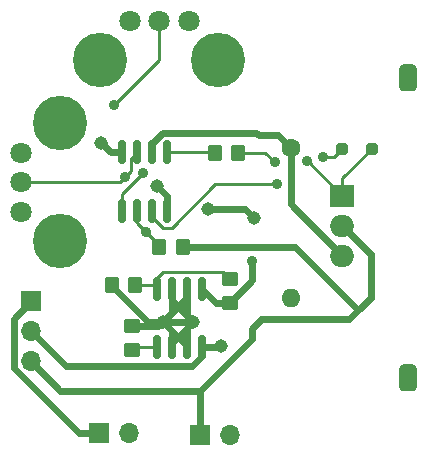
<source format=gbr>
%TF.GenerationSoftware,KiCad,Pcbnew,7.0.6*%
%TF.CreationDate,2023-07-30T21:01:10-06:00*%
%TF.ProjectId,current_sink_swim,63757272-656e-4745-9f73-696e6b5f7377,rev?*%
%TF.SameCoordinates,Original*%
%TF.FileFunction,Copper,L1,Top*%
%TF.FilePolarity,Positive*%
%FSLAX46Y46*%
G04 Gerber Fmt 4.6, Leading zero omitted, Abs format (unit mm)*
G04 Created by KiCad (PCBNEW 7.0.6) date 2023-07-30 21:01:10*
%MOMM*%
%LPD*%
G01*
G04 APERTURE LIST*
G04 Aperture macros list*
%AMRoundRect*
0 Rectangle with rounded corners*
0 $1 Rounding radius*
0 $2 $3 $4 $5 $6 $7 $8 $9 X,Y pos of 4 corners*
0 Add a 4 corners polygon primitive as box body*
4,1,4,$2,$3,$4,$5,$6,$7,$8,$9,$2,$3,0*
0 Add four circle primitives for the rounded corners*
1,1,$1+$1,$2,$3*
1,1,$1+$1,$4,$5*
1,1,$1+$1,$6,$7*
1,1,$1+$1,$8,$9*
0 Add four rect primitives between the rounded corners*
20,1,$1+$1,$2,$3,$4,$5,0*
20,1,$1+$1,$4,$5,$6,$7,0*
20,1,$1+$1,$6,$7,$8,$9,0*
20,1,$1+$1,$8,$9,$2,$3,0*%
G04 Aperture macros list end*
%TA.AperFunction,SMDPad,CuDef*%
%ADD10RoundRect,0.250000X-0.350000X-0.450000X0.350000X-0.450000X0.350000X0.450000X-0.350000X0.450000X0*%
%TD*%
%TA.AperFunction,ComponentPad*%
%ADD11O,1.600000X1.600000*%
%TD*%
%TA.AperFunction,ComponentPad*%
%ADD12C,1.600000*%
%TD*%
%TA.AperFunction,ComponentPad*%
%ADD13R,2.000000X1.905000*%
%TD*%
%TA.AperFunction,ComponentPad*%
%ADD14O,2.000000X1.905000*%
%TD*%
%TA.AperFunction,ComponentPad*%
%ADD15C,4.600000*%
%TD*%
%TA.AperFunction,ComponentPad*%
%ADD16C,1.800000*%
%TD*%
%TA.AperFunction,SMDPad,CuDef*%
%ADD17RoundRect,0.150000X-0.150000X0.825000X-0.150000X-0.825000X0.150000X-0.825000X0.150000X0.825000X0*%
%TD*%
%TA.AperFunction,SMDPad,CuDef*%
%ADD18RoundRect,0.250000X-0.450000X0.350000X-0.450000X-0.350000X0.450000X-0.350000X0.450000X0.350000X0*%
%TD*%
%TA.AperFunction,ComponentPad*%
%ADD19R,1.700000X1.700000*%
%TD*%
%TA.AperFunction,ComponentPad*%
%ADD20O,1.700000X1.700000*%
%TD*%
%TA.AperFunction,SMDPad,CuDef*%
%ADD21RoundRect,0.250000X-0.250000X-0.250000X0.250000X-0.250000X0.250000X0.250000X-0.250000X0.250000X0*%
%TD*%
%TA.AperFunction,SMDPad,CuDef*%
%ADD22RoundRect,0.250000X0.350000X0.450000X-0.350000X0.450000X-0.350000X-0.450000X0.350000X-0.450000X0*%
%TD*%
%TA.AperFunction,WasherPad*%
%ADD23RoundRect,0.381000X0.381000X-0.762000X0.381000X0.762000X-0.381000X0.762000X-0.381000X-0.762000X0*%
%TD*%
%TA.AperFunction,ViaPad*%
%ADD24C,0.889000*%
%TD*%
%TA.AperFunction,ViaPad*%
%ADD25C,1.143000*%
%TD*%
%TA.AperFunction,Conductor*%
%ADD26C,0.254000*%
%TD*%
%TA.AperFunction,Conductor*%
%ADD27C,0.609600*%
%TD*%
G04 APERTURE END LIST*
D10*
%TO.P,R2,1*%
%TO.N,Net-(R2-Pad1)*%
X126700000Y-43800000D03*
%TO.P,R2,2*%
%TO.N,/ Current Control/FETGate*%
X128700000Y-43800000D03*
%TD*%
D11*
%TO.P,R3,2*%
%TO.N,Current_Sink-*%
X133146800Y-56083200D03*
D12*
%TO.P,R3,1*%
%TO.N,Net-(Q2-S)*%
X133146800Y-43383200D03*
%TD*%
D13*
%TO.P,Q2,1,G*%
%TO.N,/ Current Control/FETGate*%
X137515600Y-47447200D03*
D14*
%TO.P,Q2,2,D*%
%TO.N,Current_Sink+*%
X137515600Y-49987200D03*
%TO.P,Q2,3,S*%
%TO.N,Net-(Q2-S)*%
X137515600Y-52527200D03*
%TD*%
D15*
%TO.P,RV1,*%
%TO.N,*%
X113637600Y-51293400D03*
X113637600Y-41293400D03*
D16*
%TO.P,RV1,1,1*%
%TO.N,unconnected-(RV1-Pad1)*%
X110337600Y-43793400D03*
%TO.P,RV1,2,2*%
%TO.N,Net-(U1A-+)*%
X110337600Y-46293400D03*
%TO.P,RV1,3,3*%
%TO.N,Current_Sink-*%
X110337600Y-48793400D03*
%TD*%
D17*
%TO.P,U3,1,VO*%
%TO.N,2.7V*%
X125603000Y-55321200D03*
%TO.P,U3,2,GND*%
%TO.N,Current_Sink-*%
X124333000Y-55321200D03*
%TO.P,U3,3,GND*%
X123063000Y-55321200D03*
%TO.P,U3,4,ADJ*%
%TO.N,Net-(U3-ADJ)*%
X121793000Y-55321200D03*
%TO.P,U3,5,INHIBIT*%
%TO.N,Net-(U3-INHIBIT)*%
X121793000Y-60271200D03*
%TO.P,U3,6,GND*%
%TO.N,Current_Sink-*%
X123063000Y-60271200D03*
%TO.P,U3,7,GND*%
X124333000Y-60271200D03*
%TO.P,U3,8,VI*%
%TO.N,Vin*%
X125603000Y-60271200D03*
%TD*%
D15*
%TO.P,RV2,*%
%TO.N,*%
X117000000Y-35966400D03*
X127000000Y-35966400D03*
D16*
%TO.P,RV2,1,1*%
%TO.N,unconnected-(RV2-Pad1)*%
X124500000Y-32666400D03*
%TO.P,RV2,2,2*%
%TO.N,Net-(U1B-+)*%
X122000000Y-32666400D03*
%TO.P,RV2,3,3*%
%TO.N,Current_Sink-*%
X119500000Y-32666400D03*
%TD*%
D18*
%TO.P,R7,1*%
%TO.N,Current_Sink-*%
X119700000Y-58500000D03*
%TO.P,R7,2*%
%TO.N,Net-(U3-INHIBIT)*%
X119700000Y-60500000D03*
%TD*%
D19*
%TO.P,J2,1,Pin_1*%
%TO.N,Net-(J1-Pin_1)*%
X111150400Y-56388000D03*
D20*
%TO.P,J2,2,Pin_2*%
%TO.N,Vin*%
X111150400Y-58928000D03*
%TO.P,J2,3,Pin_3*%
%TO.N,Current_Sink+*%
X111150400Y-61468000D03*
%TD*%
D19*
%TO.P,J3,1,Pin_1*%
%TO.N,Current_Sink+*%
X125476000Y-67716400D03*
D20*
%TO.P,J3,2,Pin_2*%
%TO.N,Current_Sink-*%
X128016000Y-67716400D03*
%TD*%
D10*
%TO.P,R9,2*%
%TO.N,Net-(U3-ADJ)*%
X119973600Y-55041800D03*
%TO.P,R9,1*%
%TO.N,Current_Sink-*%
X117973600Y-55041800D03*
%TD*%
D19*
%TO.P,J1,1,Pin_1*%
%TO.N,Net-(J1-Pin_1)*%
X116941600Y-67564000D03*
D20*
%TO.P,J1,2,Pin_2*%
%TO.N,Current_Sink-*%
X119481600Y-67564000D03*
%TD*%
D21*
%TO.P,D1,1,K*%
%TO.N,Net-(D1-K)*%
X137500000Y-43500000D03*
%TO.P,D1,2,A*%
%TO.N,/ Current Control/FETGate*%
X140000000Y-43500000D03*
%TD*%
D17*
%TO.P,U1,1*%
%TO.N,Net-(R2-Pad1)*%
X122682000Y-43789600D03*
%TO.P,U1,2,-*%
%TO.N,Net-(Q2-S)*%
X121412000Y-43789600D03*
%TO.P,U1,3,+*%
%TO.N,Net-(U1A-+)*%
X120142000Y-43789600D03*
%TO.P,U1,4,V-*%
%TO.N,Current_Sink-*%
X118872000Y-43789600D03*
%TO.P,U1,5,+*%
%TO.N,Net-(U1B-+)*%
X118872000Y-48739600D03*
%TO.P,U1,6,-*%
%TO.N,Net-(U1B--)*%
X120142000Y-48739600D03*
%TO.P,U1,7*%
%TO.N,Net-(D1-K)*%
X121412000Y-48739600D03*
%TO.P,U1,8,V+*%
%TO.N,2.7V*%
X122682000Y-48739600D03*
%TD*%
D22*
%TO.P,R5,2*%
%TO.N,Net-(U1B--)*%
X122012200Y-51816000D03*
%TO.P,R5,1*%
%TO.N,Current_Sink+*%
X124012200Y-51816000D03*
%TD*%
D23*
%TO.P,J4,*%
%TO.N,*%
X143103600Y-37465000D03*
X143103600Y-62865000D03*
%TD*%
D18*
%TO.P,R8,2*%
%TO.N,2.7V*%
X128000000Y-56500000D03*
%TO.P,R8,1*%
%TO.N,Net-(U3-ADJ)*%
X128000000Y-54500000D03*
%TD*%
D24*
%TO.N,Net-(D1-K)*%
X135900000Y-44200000D03*
%TO.N,/ Current Control/FETGate*%
X134500000Y-44500000D03*
X131800000Y-44600000D03*
D25*
%TO.N,2.7V*%
X130000000Y-49300000D03*
X126100000Y-48600000D03*
D24*
%TO.N,Net-(U1B-+)*%
X118200000Y-39800000D03*
%TO.N,2.7V*%
X129900000Y-53000000D03*
%TO.N,Net-(U1A-+)*%
X119100000Y-45900000D03*
D25*
%TO.N,Vin*%
X127200000Y-60200000D03*
D24*
%TO.N,Net-(U1B--)*%
X120900000Y-50500000D03*
%TO.N,Net-(U1B-+)*%
X120600000Y-45500000D03*
D25*
%TO.N,Current_Sink-*%
X122300000Y-58100000D03*
X124900000Y-58100000D03*
X117100000Y-43000000D03*
D24*
%TO.N,Net-(D1-K)*%
X132000000Y-46500000D03*
D25*
%TO.N,2.7V*%
X121800000Y-46600000D03*
%TD*%
D26*
%TO.N,Net-(U1A-+)*%
X119100000Y-45900000D02*
X118706600Y-46293400D01*
X118706600Y-46293400D02*
X110337600Y-46293400D01*
%TO.N,Net-(D1-K)*%
X121412000Y-48739600D02*
X121412000Y-49267389D01*
X121412000Y-49267389D02*
X122291011Y-50146400D01*
X122291011Y-50146400D02*
X123072989Y-50146400D01*
X123072989Y-50146400D02*
X126719389Y-46500000D01*
X126719389Y-46500000D02*
X132000000Y-46500000D01*
%TO.N,/ Current Control/FETGate*%
X140000000Y-43500000D02*
X137515600Y-45984400D01*
X137515600Y-45984400D02*
X137515600Y-47447200D01*
%TO.N,Net-(D1-K)*%
X135900000Y-44200000D02*
X136800000Y-44200000D01*
X136800000Y-44200000D02*
X137500000Y-43500000D01*
D27*
%TO.N,2.7V*%
X126100000Y-48600000D02*
X129300000Y-48600000D01*
X129300000Y-48600000D02*
X130000000Y-49300000D01*
D26*
%TO.N,/ Current Control/FETGate*%
X134500000Y-44500000D02*
X134568400Y-44500000D01*
X134568400Y-44500000D02*
X137515600Y-47447200D01*
X128700000Y-43800000D02*
X131000000Y-43800000D01*
X131000000Y-43800000D02*
X131800000Y-44600000D01*
%TO.N,Net-(R2-Pad1)*%
X122682000Y-43789600D02*
X126689600Y-43789600D01*
X126689600Y-43789600D02*
X126700000Y-43800000D01*
%TO.N,Net-(U1B-+)*%
X118200000Y-39800000D02*
X122000000Y-36000000D01*
X122000000Y-36000000D02*
X122000000Y-32666400D01*
D27*
%TO.N,Current_Sink+*%
X138843200Y-57143200D02*
X139903200Y-56083200D01*
X138074400Y-57912000D02*
X138843200Y-57143200D01*
X138843200Y-57143200D02*
X133516000Y-51816000D01*
X133516000Y-51816000D02*
X124012200Y-51816000D01*
D26*
%TO.N,Net-(U1B--)*%
X122012200Y-51816000D02*
X122012200Y-51612200D01*
X122012200Y-51612200D02*
X120900000Y-50500000D01*
%TO.N,Net-(U1A-+)*%
X119100000Y-45900000D02*
X119603800Y-45396200D01*
X119603800Y-45396200D02*
X119603800Y-44327800D01*
X119603800Y-44327800D02*
X120142000Y-43789600D01*
%TO.N,Net-(U1B-+)*%
X118872000Y-48739600D02*
X118872000Y-47295434D01*
X118872000Y-47295434D02*
X120600000Y-45567434D01*
X120600000Y-45567434D02*
X120600000Y-45500000D01*
D27*
%TO.N,Net-(J1-Pin_1)*%
X111150400Y-56388000D02*
X109690800Y-57847600D01*
X109690800Y-57847600D02*
X109690800Y-62072587D01*
X109690800Y-62072587D02*
X115182213Y-67564000D01*
X115182213Y-67564000D02*
X116941600Y-67564000D01*
D26*
%TO.N,Net-(U3-ADJ)*%
X119973600Y-55041800D02*
X121513600Y-55041800D01*
X121513600Y-55041800D02*
X121793000Y-55321200D01*
D27*
%TO.N,2.7V*%
X128000000Y-56500000D02*
X128015658Y-56500000D01*
X128015658Y-56500000D02*
X129900000Y-54615658D01*
X129900000Y-54615658D02*
X129900000Y-53000000D01*
X128000000Y-56500000D02*
X126781800Y-56500000D01*
X126781800Y-56500000D02*
X125603000Y-55321200D01*
D26*
%TO.N,Net-(U3-ADJ)*%
X128000000Y-54500000D02*
X127414400Y-53914400D01*
X122285600Y-53914400D02*
X121793000Y-54407000D01*
X127414400Y-53914400D02*
X122285600Y-53914400D01*
X121793000Y-54407000D02*
X121793000Y-55321200D01*
D27*
%TO.N,Net-(Q2-S)*%
X121412000Y-43789600D02*
X121412000Y-43010363D01*
X121412000Y-43010363D02*
X122322363Y-42100000D01*
X122322363Y-42100000D02*
X130230656Y-42100000D01*
X132063600Y-42300000D02*
X133146800Y-43383200D01*
X130230656Y-42100000D02*
X130430656Y-42300000D01*
X130430656Y-42300000D02*
X132063600Y-42300000D01*
D26*
%TO.N,Net-(U3-INHIBIT)*%
X121793000Y-60271200D02*
X119928800Y-60271200D01*
X119928800Y-60271200D02*
X119700000Y-60500000D01*
D27*
%TO.N,Vin*%
X125603000Y-60271200D02*
X127128800Y-60271200D01*
X127128800Y-60271200D02*
X127200000Y-60200000D01*
X125603000Y-60271200D02*
X125603000Y-61050437D01*
X125603000Y-61050437D02*
X124797637Y-61855800D01*
X124797637Y-61855800D02*
X114078200Y-61855800D01*
X114078200Y-61855800D02*
X111150400Y-58928000D01*
%TO.N,Current_Sink+*%
X111150400Y-61468000D02*
X113639600Y-63957200D01*
X113639600Y-63957200D02*
X125476000Y-63957200D01*
D26*
%TO.N,Net-(U1B--)*%
X120142000Y-48739600D02*
X120142000Y-49742000D01*
X120142000Y-49742000D02*
X120900000Y-50500000D01*
D27*
%TO.N,Current_Sink-*%
X117100000Y-43000000D02*
X117889600Y-43789600D01*
X117889600Y-43789600D02*
X118872000Y-43789600D01*
X122300000Y-58100000D02*
X121016142Y-58100000D01*
X121016142Y-58100000D02*
X117973600Y-55057458D01*
X117973600Y-55057458D02*
X117973600Y-55041800D01*
X123063000Y-60271200D02*
X123063000Y-59937000D01*
X123063000Y-59937000D02*
X124900000Y-58100000D01*
X124333000Y-60271200D02*
X124333000Y-60133000D01*
X124333000Y-60133000D02*
X122300000Y-58100000D01*
X123063000Y-55321200D02*
X123063000Y-56263000D01*
X123063000Y-56263000D02*
X124900000Y-58100000D01*
X124333000Y-55321200D02*
X124333000Y-56067000D01*
X124333000Y-56067000D02*
X122300000Y-58100000D01*
X122300000Y-58100000D02*
X123063000Y-57337000D01*
X123063000Y-57337000D02*
X123063000Y-55321200D01*
X124900000Y-58100000D02*
X124333000Y-57533000D01*
X124333000Y-57533000D02*
X124333000Y-55321200D01*
X119700000Y-58500000D02*
X121900000Y-58500000D01*
X121900000Y-58500000D02*
X122300000Y-58100000D01*
X124900000Y-58100000D02*
X122300000Y-58100000D01*
X123063000Y-60271200D02*
X123063000Y-58863000D01*
X123063000Y-58863000D02*
X122300000Y-58100000D01*
X124333000Y-60271200D02*
X124333000Y-58667000D01*
X124333000Y-58667000D02*
X124900000Y-58100000D01*
%TO.N,2.7V*%
X122682000Y-48739600D02*
X122682000Y-47482000D01*
X122682000Y-47482000D02*
X121800000Y-46600000D01*
%TO.N,Net-(Q2-S)*%
X133146800Y-43383200D02*
X133146800Y-48158400D01*
X133146800Y-48158400D02*
X137515600Y-52527200D01*
%TO.N,Current_Sink+*%
X125476000Y-67716400D02*
X125476000Y-63957200D01*
X125476000Y-63957200D02*
X129844800Y-59588400D01*
X129844800Y-59588400D02*
X129844800Y-58716400D01*
X130649200Y-57912000D02*
X138074400Y-57912000D01*
X129844800Y-58716400D02*
X130649200Y-57912000D01*
X139903200Y-56083200D02*
X139903200Y-52374800D01*
X139903200Y-52374800D02*
X137515600Y-49987200D01*
%TD*%
M02*

</source>
